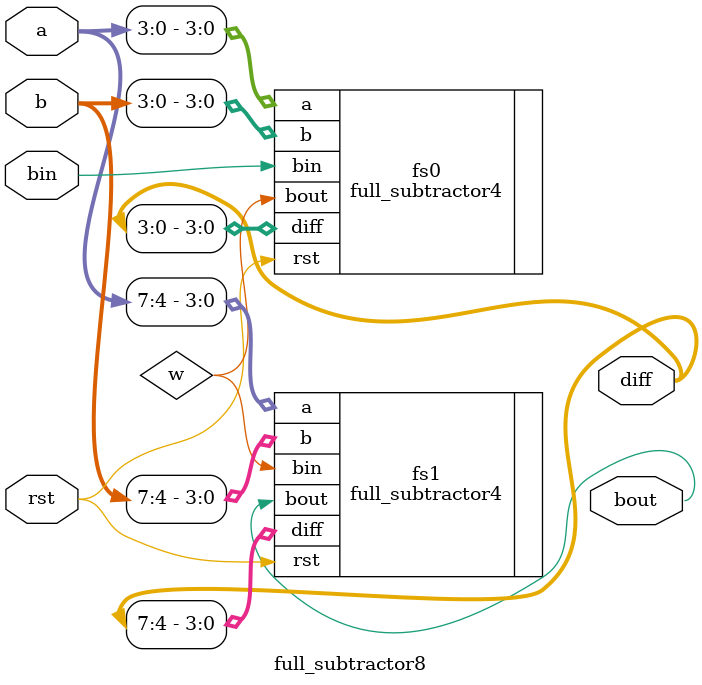
<source format=v>

module full_subtractor8(diff,bout,a,b,bin,rst);
input [7:0] a,b;
input bin, rst;
output [7:0] diff;
output bout;
wire w;
full_subtractor4 fs0 (.diff(diff[3:0]),.bout(w), .a(a[3:0]), .b(b[3:0]),
	.bin(bin), .rst(rst));
full_subtractor4 fs1 (.diff(diff[7:4]), .bout(bout), .a(a[7:4]), .b(b[7:4]),
	.bin(w), .rst(rst));
endmodule
</source>
